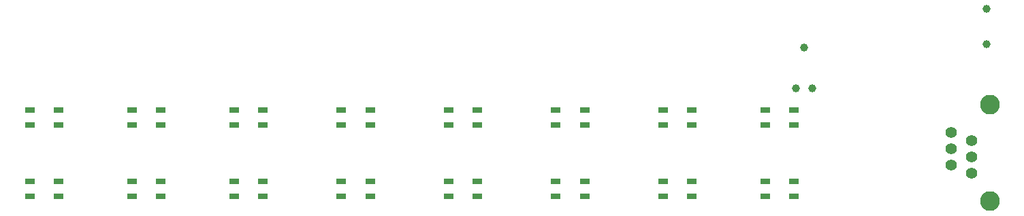
<source format=gbs>
G75*
%MOIN*%
%OFA0B0*%
%FSLAX25Y25*%
%IPPOS*%
%LPD*%
%AMOC8*
5,1,8,0,0,1.08239X$1,22.5*
%
%ADD10C,0.03900*%
%ADD11C,0.03943*%
%ADD12C,0.05518*%
%ADD13C,0.09691*%
%ADD14R,0.05124X0.02762*%
D10*
X0385758Y0091346D03*
X0393758Y0091346D03*
X0389758Y0111346D03*
D11*
X0479045Y0112852D03*
X0479045Y0130175D03*
D12*
X0461721Y0069663D03*
X0471721Y0065726D03*
X0461721Y0061631D03*
X0471721Y0057694D03*
X0461721Y0053600D03*
X0471721Y0049663D03*
D13*
X0480776Y0036041D03*
X0480776Y0083285D03*
D14*
X0010580Y0038482D03*
X0024753Y0038482D03*
X0024753Y0045568D03*
X0010580Y0045568D03*
X0060580Y0045568D03*
X0074753Y0045568D03*
X0074753Y0038482D03*
X0060580Y0038482D03*
X0110580Y0038482D03*
X0124753Y0038482D03*
X0124753Y0045568D03*
X0110580Y0045568D03*
X0163080Y0045568D03*
X0177253Y0045568D03*
X0177253Y0038482D03*
X0163080Y0038482D03*
X0215580Y0038482D03*
X0229753Y0038482D03*
X0229753Y0045568D03*
X0215580Y0045568D03*
X0268080Y0045568D03*
X0282253Y0045568D03*
X0282253Y0038482D03*
X0268080Y0038482D03*
X0320580Y0038482D03*
X0334753Y0038482D03*
X0334753Y0045568D03*
X0320580Y0045568D03*
X0370580Y0045568D03*
X0384753Y0045568D03*
X0384753Y0038482D03*
X0370580Y0038482D03*
X0370580Y0073482D03*
X0384753Y0073482D03*
X0384753Y0080568D03*
X0370580Y0080568D03*
X0334753Y0080568D03*
X0320580Y0080568D03*
X0320580Y0073482D03*
X0334753Y0073482D03*
X0282253Y0073482D03*
X0268080Y0073482D03*
X0268080Y0080568D03*
X0282253Y0080568D03*
X0229753Y0080568D03*
X0215580Y0080568D03*
X0215580Y0073482D03*
X0229753Y0073482D03*
X0177253Y0073482D03*
X0163080Y0073482D03*
X0163080Y0080568D03*
X0177253Y0080568D03*
X0124753Y0080568D03*
X0110580Y0080568D03*
X0110580Y0073482D03*
X0124753Y0073482D03*
X0074753Y0073482D03*
X0060580Y0073482D03*
X0060580Y0080568D03*
X0074753Y0080568D03*
X0024753Y0080568D03*
X0010580Y0080568D03*
X0010580Y0073482D03*
X0024753Y0073482D03*
M02*

</source>
